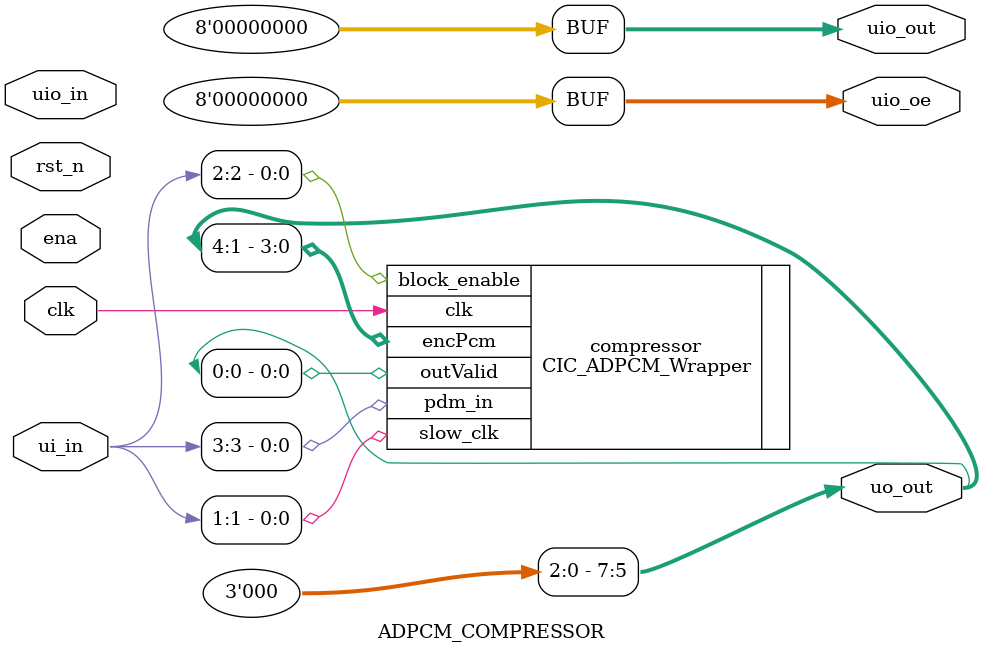
<source format=v>
`default_nettype none

module ADPCM_COMPRESSOR (
	input  wire [7:0] ui_in,	// Dedicated inputs
	output wire [7:0] uo_out,	// Dedicated outputs
	input  wire [7:0] uio_in,	// IOs: Input path
	output wire [7:0] uio_out,	// IOs: Output path
	output wire [7:0] uio_oe,	// IOs: Enable path (active high: 0=input, 1=output)
	input  wire       ena,
	input  wire       clk,
	input  wire       rst_n
);


	CIC_ADPCM_Wrapper compressor(
		.clk(clk),
		.slow_clk(ui_in[1]),
		.block_enable(ui_in[2]),
		.pdm_in(ui_in[3]),
		.outValid(uo_out[0]),
		.encPcm(uo_out[4:1])
	);

	assign uio_out = 7'd0;
	assign uio_oe = 7'd0;
	assign uo_out[7:5] = 3'd0;


endmodule // ADPCM_COMPRESSOR

</source>
